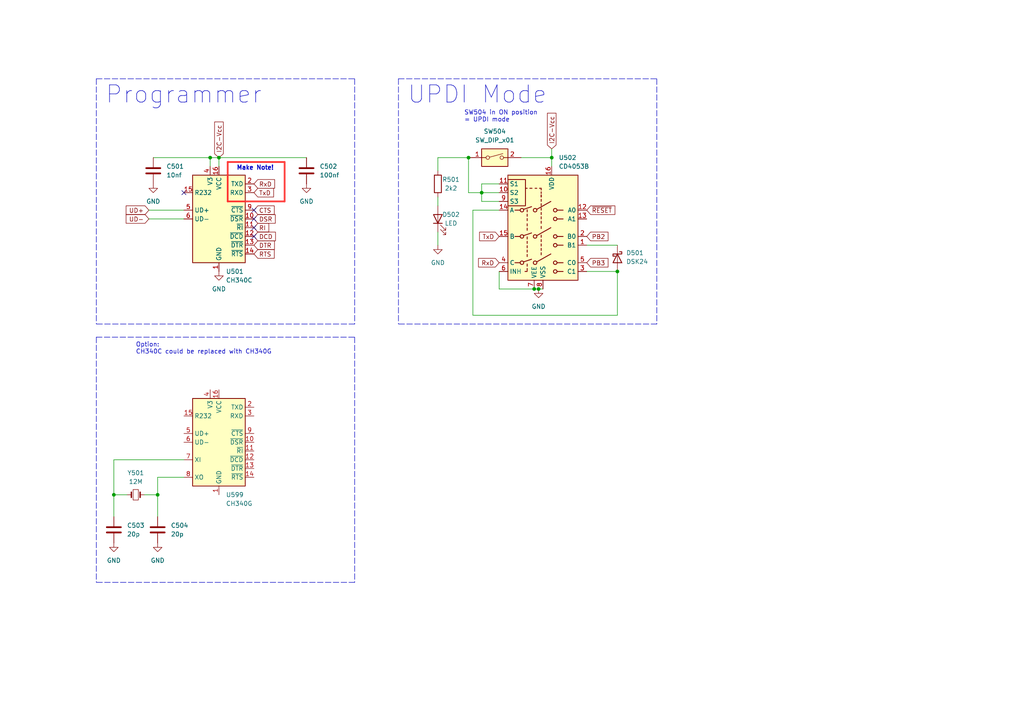
<source format=kicad_sch>
(kicad_sch (version 20211123) (generator eeschema)
  (paper "A4")
  (lib_symbols
    (symbol "Analog_Switch:CD4053B"
      (property "Reference" "U" (at -10.16 16.51 0))
      (property "Value" "CD4053B" (at 3.81 16.51 0))
      (symbol "CD4053B_0_1"
        (rectangle (start -10.16 6.35) (end -5.08 13.97) (stroke (width 0.254)))
        (rectangle (start -10.16 15.24) (end 10.16 -15.24) (stroke (width 0.254)) (fill (type background)))
        (circle (center -6.096 -10.16) (radius 0.508) (stroke (width 0.254)))
        (circle (center -6.096 -2.54) (radius 0.508) (stroke (width 0.254)))
        (circle (center -6.096 5.08) (radius 0.508) (stroke (width 0.254)))
        (circle (center -2.286 -10.16) (radius 0.508) (stroke (width 0.254)))
        (circle (center -2.286 -2.54) (radius 0.508) (stroke (width 0.254)))
        (circle (center -2.286 5.08) (radius 0.508) (stroke (width 0.254)))
        (polyline (pts (xy -8.128 -10.16) (xy -6.604 -10.16)) (stroke (width 0.254)))
        (polyline (pts (xy -8.128 -2.54) (xy -6.604 -2.54)) (stroke (width 0.254)))
        (polyline (pts (xy -8.128 5.08) (xy -6.604 5.08)) (stroke (width 0.254)))
        (polyline (pts (xy -5.588 -9.906) (xy -3.302 -9.144)) (stroke (width 0.254)))
        (polyline (pts (xy -5.588 -2.286) (xy -3.302 -1.524)) (stroke (width 0.254)))
        (polyline (pts (xy -5.588 5.334) (xy -3.302 6.096)) (stroke (width 0.254)))
        (polyline (pts (xy -4.572 -12.7) (xy -5.207 -12.7)) (stroke (width 0.254)))
        (polyline (pts (xy -4.572 -12.446) (xy -4.572 -11.811)) (stroke (width 0.254)))
        (polyline (pts (xy -4.572 -11.176) (xy -4.572 -10.541)) (stroke (width 0.254)))
        (polyline (pts (xy -4.572 -8.382) (xy -4.572 -7.747)) (stroke (width 0.254)))
        (polyline (pts (xy -4.572 -7.112) (xy -4.572 -6.477)) (stroke (width 0.254)))
        (polyline (pts (xy -4.572 -5.842) (xy -4.572 -5.207)) (stroke (width 0.254)))
        (polyline (pts (xy -4.572 -4.572) (xy -4.572 -3.937)) (stroke (width 0.254)))
        (polyline (pts (xy -4.572 -3.302) (xy -4.572 -2.667)) (stroke (width 0.254)))
        (polyline (pts (xy -4.572 -0.762) (xy -4.572 -0.127)) (stroke (width 0.254)))
        (polyline (pts (xy -4.572 0.508) (xy -4.572 1.143)) (stroke (width 0.254)))
        (polyline (pts (xy -4.572 2.032) (xy -4.572 2.667)) (stroke (width 0.254)))
        (polyline (pts (xy -4.572 3.302) (xy -4.572 3.937)) (stroke (width 0.254)))
        (polyline (pts (xy -4.572 4.572) (xy -4.572 5.207)) (stroke (width 0.254)))
        (polyline (pts (xy -4.572 11.43) (xy -5.08 11.43)) (stroke (width 0.254)))
        (polyline (pts (xy -3.81 11.43) (xy -3.175 11.43)) (stroke (width 0.254)))
        (polyline (pts (xy -1.778 -9.906) (xy 2.286 -7.62)) (stroke (width 0.254)))
        (polyline (pts (xy -1.778 -2.286) (xy 2.286 0)) (stroke (width 0.254)))
        (polyline (pts (xy -1.778 5.334) (xy 2.286 7.62)) (stroke (width 0.254)))
        (polyline (pts (xy -1.778 11.43) (xy -2.286 11.43)) (stroke (width 0.254)))
        (polyline (pts (xy -0.508 -7.874) (xy -0.508 -7.239)) (stroke (width 0.254)))
        (polyline (pts (xy -0.508 -6.604) (xy -0.508 -5.969)) (stroke (width 0.254)))
        (polyline (pts (xy -0.508 -5.334) (xy -0.508 -4.699)) (stroke (width 0.254)))
        (polyline (pts (xy -0.508 -4.064) (xy -0.508 -3.429)) (stroke (width 0.254)))
        (polyline (pts (xy -0.508 -2.794) (xy -0.508 -2.159)) (stroke (width 0.254)))
        (polyline (pts (xy -0.508 -0.254) (xy -0.508 0.381)) (stroke (width 0.254)))
        (polyline (pts (xy -0.508 1.27) (xy -0.508 1.905)) (stroke (width 0.254)))
        (polyline (pts (xy -0.508 2.54) (xy -0.508 3.175)) (stroke (width 0.254)))
        (polyline (pts (xy -0.508 3.81) (xy -0.508 4.445)) (stroke (width 0.254)))
        (polyline (pts (xy -0.508 5.08) (xy -0.508 5.715)) (stroke (width 0.254)))
        (polyline (pts (xy -0.508 6.35) (xy -0.508 6.985)) (stroke (width 0.254)))
        (polyline (pts (xy -0.508 7.62) (xy -0.508 8.255)) (stroke (width 0.254)))
        (polyline (pts (xy -0.508 8.89) (xy -0.508 9.398)) (stroke (width 0.254)))
        (polyline (pts (xy -0.508 8.89) (xy -0.508 9.525)) (stroke (width 0.254)))
        (polyline (pts (xy -0.508 9.906) (xy -0.508 10.414)) (stroke (width 0.254)))
        (polyline (pts (xy -0.508 10.922) (xy -0.508 11.43)) (stroke (width 0.254)))
        (polyline (pts (xy -0.508 11.43) (xy -1.016 11.43)) (stroke (width 0.254)))
        (polyline (pts (xy 4.064 -12.7) (xy 5.842 -12.7)) (stroke (width 0.254)))
        (polyline (pts (xy 4.064 -10.16) (xy 5.842 -10.16)) (stroke (width 0.254)))
        (polyline (pts (xy 4.064 -5.08) (xy 5.842 -5.08)) (stroke (width 0.254)))
        (polyline (pts (xy 4.064 -2.54) (xy 5.842 -2.54)) (stroke (width 0.254)))
        (polyline (pts (xy 4.064 2.54) (xy 5.842 2.54)) (stroke (width 0.254)))
        (polyline (pts (xy 4.064 5.08) (xy 5.842 5.08)) (stroke (width 0.254)))
        (circle (center 3.556 -12.7) (radius 0.508) (stroke (width 0.254)))
        (circle (center 3.556 -10.16) (radius 0.508) (stroke (width 0.254)))
        (circle (center 3.556 -5.08) (radius 0.508) (stroke (width 0.254)))
        (circle (center 3.556 -2.54) (radius 0.508) (stroke (width 0.254)))
        (circle (center 3.556 2.54) (radius 0.508) (stroke (width 0.254)))
        (circle (center 3.556 5.08) (radius 0.508) (stroke (width 0.254)))
      )
      (symbol "CD4053B_1_1"
        (pin bidirectional line (at 12.7 -5.08 180) (length 2.54) (name "B1") (number "1"))
        (pin input line (at -12.7 10.16 0) (length 2.54) (name "S2") (number "10"))
        (pin input line (at -12.7 12.7 0) (length 2.54) (name "S1") (number "11"))
        (pin bidirectional line (at 12.7 5.08 180) (length 2.54) (name "A0") (number "12"))
        (pin bidirectional line (at 12.7 2.54 180) (length 2.54) (name "A1") (number "13"))
        (pin bidirectional line (at -12.7 5.08 0) (length 2.54) (name "A") (number "14"))
        (pin bidirectional line (at -12.7 -2.54 0) (length 2.54) (name "B") (number "15"))
        (pin power_in line (at 2.54 17.78 270) (length 2.54) (name "VDD") (number "16"))
        (pin bidirectional line (at 12.7 -2.54 180) (length 2.54) (name "B0") (number "2"))
        (pin bidirectional line (at 12.7 -12.7 180) (length 2.54) (name "C1") (number "3"))
        (pin bidirectional line (at -12.7 -10.16 0) (length 2.54) (name "C") (number "4"))
        (pin bidirectional line (at 12.7 -10.16 180) (length 2.54) (name "C0") (number "5"))
        (pin input line (at -12.7 -12.7 0) (length 2.54) (name "INH") (number "6"))
        (pin power_in line (at -2.54 -17.78 90) (length 2.54) (name "VEE") (number "7"))
        (pin power_in line (at 0 -17.78 90) (length 2.54) (name "VSS") (number "8"))
        (pin input line (at -12.7 7.62 0) (length 2.54) (name "S3") (number "9"))
      )
    )
    (symbol "Device:C" (pin_numbers hide) (pin_names (offset 0.254))
      (property "Reference" "C" (at 0.635 2.54 0))
      (property "Value" "C" (at 0.635 -2.54 0))
      (symbol "C_0_1"
        (polyline (pts (xy -2.032 -0.762) (xy 2.032 -0.762)) (stroke (width 0.508)))
        (polyline (pts (xy -2.032 0.762) (xy 2.032 0.762)) (stroke (width 0.508)))
      )
      (symbol "C_1_1"
        (pin passive line (at 0 3.81 270) (length 2.794) (name "~") (number "1"))
        (pin passive line (at 0 -3.81 90) (length 2.794) (name "~") (number "2"))
      )
    )
    (symbol "Device:Crystal_Small" (pin_numbers hide) (pin_names (offset 1.016) hide)
      (property "Reference" "Y" (at 0 2.54 0))
      (property "Value" "Crystal_Small" (at 0 -2.54 0))
      (symbol "Crystal_Small_0_1"
        (rectangle (start -0.762 -1.524) (end 0.762 1.524))
        (polyline (pts (xy -1.27 -0.762) (xy -1.27 0.762)) (stroke (width 0.381)))
        (polyline (pts (xy 1.27 -0.762) (xy 1.27 0.762)) (stroke (width 0.381)))
      )
      (symbol "Crystal_Small_1_1"
        (pin passive line (at -2.54 0 0) (length 1.27) (name "1") (number "1"))
        (pin passive line (at 2.54 0 180) (length 1.27) (name "2") (number "2"))
      )
    )
    (symbol "Device:D_Schottky" (pin_numbers hide) (pin_names (offset 1.016) hide)
      (property "Reference" "D" (at 0 2.54 0))
      (property "Value" "D_Schottky" (at 0 -2.54 0))
      (symbol "D_Schottky_0_1"
        (polyline (pts (xy 1.27 0) (xy -1.27 0)))
        (polyline (pts (xy 1.27 1.27) (xy 1.27 -1.27) (xy -1.27 0) (xy 1.27 1.27)) (stroke (width 0.254)))
        (polyline (pts (xy -1.905 0.635) (xy -1.905 1.27) (xy -1.27 1.27) (xy -1.27 -1.27) (xy -0.635 -1.27) (xy -0.635 -0.635)) (stroke (width 0.254)))
      )
      (symbol "D_Schottky_1_1"
        (pin passive line (at -3.81 0 0) (length 2.54) (name "K") (number "1"))
        (pin passive line (at 3.81 0 180) (length 2.54) (name "A") (number "2"))
      )
    )
    (symbol "Device:LED" (pin_numbers hide) (pin_names (offset 1.016) hide)
      (property "Reference" "D" (at 0 2.54 0))
      (property "Value" "LED" (at 0 -2.54 0))
      (symbol "LED_0_1"
        (polyline (pts (xy -1.27 -1.27) (xy -1.27 1.27)) (stroke (width 0.254)))
        (polyline (pts (xy -1.27 0) (xy 1.27 0)))
        (polyline (pts (xy 1.27 -1.27) (xy 1.27 1.27) (xy -1.27 0) (xy 1.27 -1.27)) (stroke (width 0.254)))
        (polyline (pts (xy -3.048 -0.762) (xy -4.572 -2.286) (xy -3.81 -2.286) (xy -4.572 -2.286) (xy -4.572 -1.524)))
        (polyline (pts (xy -1.778 -0.762) (xy -3.302 -2.286) (xy -2.54 -2.286) (xy -3.302 -2.286) (xy -3.302 -1.524)))
      )
      (symbol "LED_1_1"
        (pin passive line (at -3.81 0 0) (length 2.54) (name "K") (number "1"))
        (pin passive line (at 3.81 0 180) (length 2.54) (name "A") (number "2"))
      )
    )
    (symbol "Device:R" (pin_numbers hide) (pin_names (offset 0))
      (property "Reference" "R" (at 2.032 0 90))
      (property "Value" "R" (at 0 0 90))
      (symbol "R_0_1"
        (rectangle (start -1.016 -2.54) (end 1.016 2.54) (stroke (width 0.254)))
      )
      (symbol "R_1_1"
        (pin passive line (at 0 3.81 270) (length 1.27) (name "~") (number "1"))
        (pin passive line (at 0 -3.81 90) (length 1.27) (name "~") (number "2"))
      )
    )
    (symbol "Interface_USB:CH340C"
      (property "Reference" "U" (at -5.08 13.97 0))
      (property "Value" "CH340C" (at 1.27 13.97 0))
      (symbol "CH340C_0_1"
        (rectangle (start -7.62 12.7) (end 7.62 -12.7) (stroke (width 0.254)) (fill (type background)))
      )
      (symbol "CH340C_1_1"
        (pin power_in line (at 0 -15.24 90) (length 2.54) (name "GND") (number "1"))
        (pin input line (at 10.16 0 180) (length 2.54) (name "~{DSR}") (number "10"))
        (pin input line (at 10.16 -2.54 180) (length 2.54) (name "~{RI}") (number "11"))
        (pin input line (at 10.16 -5.08 180) (length 2.54) (name "~{DCD}") (number "12"))
        (pin output line (at 10.16 -7.62 180) (length 2.54) (name "~{DTR}") (number "13"))
        (pin output line (at 10.16 -10.16 180) (length 2.54) (name "~{RTS}") (number "14"))
        (pin input line (at -10.16 7.62 0) (length 2.54) (name "R232") (number "15"))
        (pin power_in line (at 0 15.24 270) (length 2.54) (name "VCC") (number "16"))
        (pin output line (at 10.16 10.16 180) (length 2.54) (name "TXD") (number "2"))
        (pin input line (at 10.16 7.62 180) (length 2.54) (name "RXD") (number "3"))
        (pin passive line (at -2.54 15.24 270) (length 2.54) (name "V3") (number "4"))
        (pin bidirectional line (at -10.16 2.54 0) (length 2.54) (name "UD+") (number "5"))
        (pin bidirectional line (at -10.16 0 0) (length 2.54) (name "UD-") (number "6"))
        (pin no_connect line (at -7.62 -7.62 0) (length 2.54) hide (name "NC") (number "7"))
        (pin no_connect line (at -7.62 -10.16 0) (length 2.54) hide (name "NC") (number "8"))
        (pin input line (at 10.16 2.54 180) (length 2.54) (name "~{CTS}") (number "9"))
      )
    )
    (symbol "Interface_USB:CH340G"
      (property "Reference" "U" (at -5.08 13.97 0))
      (property "Value" "CH340G" (at 1.27 13.97 0))
      (symbol "CH340G_0_1"
        (rectangle (start -7.62 12.7) (end 7.62 -12.7) (stroke (width 0.254)) (fill (type background)))
      )
      (symbol "CH340G_1_1"
        (pin power_in line (at 0 -15.24 90) (length 2.54) (name "GND") (number "1"))
        (pin input line (at 10.16 0 180) (length 2.54) (name "~{DSR}") (number "10"))
        (pin input line (at 10.16 -2.54 180) (length 2.54) (name "~{RI}") (number "11"))
        (pin input line (at 10.16 -5.08 180) (length 2.54) (name "~{DCD}") (number "12"))
        (pin output line (at 10.16 -7.62 180) (length 2.54) (name "~{DTR}") (number "13"))
        (pin output line (at 10.16 -10.16 180) (length 2.54) (name "~{RTS}") (number "14"))
        (pin input line (at -10.16 7.62 0) (length 2.54) (name "R232") (number "15"))
        (pin power_in line (at 0 15.24 270) (length 2.54) (name "VCC") (number "16"))
        (pin output line (at 10.16 10.16 180) (length 2.54) (name "TXD") (number "2"))
        (pin input line (at 10.16 7.62 180) (length 2.54) (name "RXD") (number "3"))
        (pin passive line (at -2.54 15.24 270) (length 2.54) (name "V3") (number "4"))
        (pin bidirectional line (at -10.16 2.54 0) (length 2.54) (name "UD+") (number "5"))
        (pin bidirectional line (at -10.16 0 0) (length 2.54) (name "UD-") (number "6"))
        (pin input line (at -10.16 -5.08 0) (length 2.54) (name "XI") (number "7"))
        (pin output line (at -10.16 -10.16 0) (length 2.54) (name "XO") (number "8"))
        (pin input line (at 10.16 2.54 180) (length 2.54) (name "~{CTS}") (number "9"))
      )
    )
    (symbol "Switch:SW_DIP_x01" (pin_names (offset 0) hide)
      (property "Reference" "SW" (at 0 3.81 0))
      (property "Value" "SW_DIP_x01" (at 0 -3.81 0))
      (symbol "SW_DIP_x01_0_0"
        (circle (center -2.032 0) (radius 0.508))
        (polyline (pts (xy -1.524 0.127) (xy 2.3622 1.1684)))
        (circle (center 2.032 0) (radius 0.508))
      )
      (symbol "SW_DIP_x01_0_1"
        (rectangle (start -3.81 2.54) (end 3.81 -2.54) (stroke (width 0.254)) (fill (type background)))
      )
      (symbol "SW_DIP_x01_1_1"
        (pin passive line (at -7.62 0 0) (length 5.08) (name "~") (number "1"))
        (pin passive line (at 7.62 0 180) (length 5.08) (name "~") (number "2"))
      )
    )
    (symbol "power:GND" (power) (pin_names (offset 0))
      (property "Value" "GND" (at 0 -3.81 0))
      (symbol "GND_0_1"
        (polyline (pts (xy 0 0) (xy 0 -1.27) (xy 1.27 -1.27) (xy 0 -2.54) (xy -1.27 -1.27) (xy 0 -1.27)))
      )
      (symbol "GND_1_1"
        (pin power_in line (at 0 0 270) (length 0) hide (name "GND") (number "1"))
      )
    )
  )
  (junction (at 156.21 83.82))
  (junction (at 135.89 45.72))
  (junction (at 45.72 143.51))
  (junction (at 63.5 45.72))
  (junction (at 139.7 55.88))
  (junction (at 60.96 45.72))
  (junction (at 154.94 83.82))
  (junction (at 33.02 143.51))
  (junction (at 179.07 78.74))
  (junction (at 160.02 45.72))
  (no_connect (at 53.34 55.88))
  (no_connect (at 73.66 68.58))
  (no_connect (at 73.66 63.5))
  (no_connect (at 73.66 66.04))
  (no_connect (at 73.66 60.96))
  (wire (pts (xy 151.13 45.72) (xy 160.02 45.72)))
  (wire (pts (xy 43.18 63.5) (xy 53.34 63.5)))
  (wire (pts (xy 63.5 45.72) (xy 63.5 48.26)))
  (wire (pts (xy 139.7 55.88) (xy 144.78 55.88)))
  (wire (pts (xy 154.94 83.82) (xy 156.21 83.82)))
  (wire (pts (xy 33.02 133.35) (xy 53.34 133.35)))
  (wire (pts (xy 170.18 71.12) (xy 179.07 71.12)))
  (wire (pts (xy 36.83 143.51) (xy 33.02 143.51)))
  (polyline (pts (xy 102.87 168.91) (xy 27.94 168.91)))
  (wire (pts (xy 53.34 138.43) (xy 45.72 138.43)))
  (wire (pts (xy 43.18 60.96) (xy 53.34 60.96)))
  (wire (pts (xy 127 59.69) (xy 127 57.15)))
  (polyline (pts (xy 190.5 22.86) (xy 190.5 93.98)))
  (wire (pts (xy 139.7 55.88) (xy 139.7 53.34)))
  (wire (pts (xy 160.02 45.72) (xy 160.02 48.26)))
  (polyline (pts (xy 102.87 93.98) (xy 27.94 93.98)))
  (wire (pts (xy 170.18 78.74) (xy 179.07 78.74)))
  (wire (pts (xy 144.78 60.96) (xy 137.16 60.96)))
  (wire (pts (xy 137.16 60.96) (xy 137.16 91.44)))
  (polyline (pts (xy 102.87 22.86) (xy 102.87 93.98)))
  (wire (pts (xy 135.89 45.72) (xy 135.89 55.88)))
  (polyline (pts (xy 27.94 97.79) (xy 27.94 168.91)))
  (polyline (pts (xy 82.55 46.99) (xy 82.55 58.42)) (stroke (width 0.5) (type solid) (color 255 48 46 1)))
  (polyline (pts (xy 115.57 22.86) (xy 190.5 22.86)))
  (wire (pts (xy 139.7 53.34) (xy 144.78 53.34)))
  (polyline (pts (xy 66.04 46.99) (xy 66.04 58.42)) (stroke (width 0.5) (type solid) (color 255 48 46 1)))
  (wire (pts (xy 45.72 143.51) (xy 45.72 149.86)))
  (polyline (pts (xy 27.94 22.86) (xy 27.94 93.98)))
  (wire (pts (xy 135.89 55.88) (xy 139.7 55.88)))
  (wire (pts (xy 33.02 133.35) (xy 33.02 143.51)))
  (wire (pts (xy 135.89 45.72) (xy 127 45.72)))
  (wire (pts (xy 144.78 58.42) (xy 139.7 58.42)))
  (wire (pts (xy 127 67.31) (xy 127 71.12)))
  (wire (pts (xy 33.02 143.51) (xy 33.02 149.86)))
  (wire (pts (xy 137.16 91.44) (xy 179.07 91.44)))
  (wire (pts (xy 63.5 45.72) (xy 88.9 45.72)))
  (polyline (pts (xy 66.04 58.42) (xy 82.55 58.42)) (stroke (width 0.5) (type solid) (color 255 48 46 1)))
  (polyline (pts (xy 102.87 97.79) (xy 102.87 168.91)))
  (wire (pts (xy 127 45.72) (xy 127 49.53)))
  (wire (pts (xy 179.07 78.74) (xy 179.07 91.44)))
  (wire (pts (xy 60.96 48.26) (xy 60.96 45.72)))
  (polyline (pts (xy 27.94 97.79) (xy 102.87 97.79)))
  (polyline (pts (xy 82.55 46.99) (xy 66.04 46.99)) (stroke (width 0.5) (type solid) (color 255 48 46 1)))
  (wire (pts (xy 144.78 78.74) (xy 144.78 83.82)))
  (wire (pts (xy 60.96 45.72) (xy 63.5 45.72)))
  (polyline (pts (xy 27.94 22.86) (xy 102.87 22.86)))
  (wire (pts (xy 41.91 143.51) (xy 45.72 143.51)))
  (wire (pts (xy 160.02 43.18) (xy 160.02 45.72)))
  (wire (pts (xy 60.96 45.72) (xy 44.45 45.72)))
  (wire (pts (xy 139.7 58.42) (xy 139.7 55.88)))
  (polyline (pts (xy 115.57 22.86) (xy 115.57 93.98)))
  (wire (pts (xy 144.78 83.82) (xy 154.94 83.82)))
  (polyline (pts (xy 190.5 93.98) (xy 115.57 93.98)))
  (wire (pts (xy 156.21 83.82) (xy 157.48 83.82)))
  (wire (pts (xy 45.72 138.43) (xy 45.72 143.51)))
  (text "UPDI Mode" (at 118.11 30.48 0) (effects (font (size 5 5)) (justify left bottom)))
  (text "Option:\nCH340C could be replaced with CH340G" (at 39.37 102.87 0) (effects (font (size 1.27 1.27)) (justify left bottom)))
  (text "Make Note!" (at 68.58 49.53 0) (effects (font (size 1.27 1.27) (thickness 0.254) bold) (justify left bottom)))
  (text "Programmer" (at 30.48 30.48 0) (effects (font (size 5 5)) (justify left bottom)))
  (text "SW504 in ON position\n= UPDI mode" (at 134.62 35.56 0) (effects (font (size 1.27 1.27)) (justify left bottom)))
  (global_label "I2C-Vcc" (shape input) (at 63.5 45.72 90) (property "Intersheet References" "${INTERSHEET_REFS}" (effects hide)))
  (global_label "RxD" (shape input) (at 144.78 76.2 180) (property "Intersheet References" "${INTERSHEET_REFS}" (effects hide)))
  (global_label "RxD" (shape input) (at 73.66 53.34 0) (property "Intersheet References" "${INTERSHEET_REFS}" (effects hide)))
  (global_label "I2C-Vcc" (shape input) (at 160.02 43.18 90) (property "Intersheet References" "${INTERSHEET_REFS}" (effects hide)))
  (global_label "CTS" (shape input) (at 73.66 60.96 0) (property "Intersheet References" "${INTERSHEET_REFS}" (effects hide)))
  (global_label "RTS" (shape input) (at 73.66 73.66 0) (property "Intersheet References" "${INTERSHEET_REFS}" (effects hide)))
  (global_label "UD-" (shape input) (at 43.18 63.5 180) (property "Intersheet References" "${INTERSHEET_REFS}" (effects hide)))
  (global_label "~{RESET}" (shape input) (at 170.18 60.96 0) (property "Intersheet References" "${INTERSHEET_REFS}" (effects hide)))
  (global_label "PB2" (shape input) (at 170.18 68.58 0) (property "Intersheet References" "${INTERSHEET_REFS}" (effects hide)))
  (global_label "PB3" (shape input) (at 170.18 76.2 0) (property "Intersheet References" "${INTERSHEET_REFS}" (effects hide)))
  (global_label "TxD" (shape input) (at 144.78 68.58 180) (property "Intersheet References" "${INTERSHEET_REFS}" (effects hide)))
  (global_label "DCD" (shape input) (at 73.66 68.58 0) (property "Intersheet References" "${INTERSHEET_REFS}" (effects hide)))
  (global_label "DTR" (shape input) (at 73.66 71.12 0) (property "Intersheet References" "${INTERSHEET_REFS}" (effects hide)))
  (global_label "DSR" (shape input) (at 73.66 63.5 0) (property "Intersheet References" "${INTERSHEET_REFS}" (effects hide)))
  (global_label "TxD" (shape input) (at 73.66 55.88 0) (property "Intersheet References" "${INTERSHEET_REFS}" (effects hide)))
  (global_label "RI" (shape input) (at 73.66 66.04 0) (property "Intersheet References" "${INTERSHEET_REFS}" (effects hide)))
  (global_label "UD+" (shape input) (at 43.18 60.96 180) (property "Intersheet References" "${INTERSHEET_REFS}" (effects hide)))
  (symbol (lib_id "power:GND") (at 127 71.12 0) (unit 1)
    (property "Reference" "#PWR0112" (effects hide))
    (property "Value" "GND" (at 127 76.2 0))
  )
  (symbol (lib_id "power:GND") (at 45.72 157.48 0) (unit 1)
    (property "Reference" "#PWR05" (effects hide))
    (property "Value" "GND" (at 45.72 162.56 0))
  )
  (symbol (lib_id "Device:C") (at 44.45 49.53 0) (unit 1)
    (property "Reference" "C501" (at 48.26 48.2599 0) (effects (justify left)))
    (property "Value" "10nf" (at 48.26 50.7999 0) (effects (justify left)))
    (property "Footprint" "Capacitor_SMD:C_0603_1608Metric" (effects hide))
    (property "LCSC" "C161232" (effects hide))
  )
  (symbol (lib_id "Interface_USB:CH340C") (at 63.5 63.5 0) (unit 1)
    (property "Reference" "U501" (at 65.5194 78.74 0) (effects (justify left)))
    (property "Value" "CH340C" (at 65.5194 81.28 0) (effects (justify left)))
    (property "Footprint" "Package_SO:SOIC-16_3.9x9.9mm_P1.27mm" (effects hide))
    (property "Datasheet" "https://datasheet.lcsc.com/szlcsc/Jiangsu-Qin-Heng-CH340C_C84681.pdf" (effects hide))
  )
  (symbol (lib_id "Interface_USB:CH340G") (at 63.5 128.27 0) (unit 1) (on_board no)
    (property "Reference" "U599" (at 65.5194 143.51 0) (effects (justify left)))
    (property "Value" "CH340G" (at 65.5194 146.05 0) (effects (justify left)))
    (property "Footprint" "Package_SO:SOIC-16_3.9x9.9mm_P1.27mm" (effects hide))
    (property "Datasheet" "http://www.datasheet5.com/pdf-local-2195953" (effects hide))
    (property "LCSC" "C14267" (effects hide))
  )
  (symbol (lib_id "Device:Crystal_Small") (at 39.37 143.51 0) (unit 1) (on_board no)
    (property "Reference" "Y501" (at 39.37 137.16 0))
    (property "Value" "12M" (at 39.37 139.7 0))
    (property "Footprint" "Crystal:Crystal_SMD_5032-2Pin_5.0x3.2mm" (effects hide))
    (property "LCSC" "C2842275" (effects hide))
  )
  (symbol (lib_id "Analog_Switch:CD4053B") (at 157.48 66.04 0) (unit 1)
    (property "Reference" "U502" (at 162.0394 45.72 0) (effects (justify left)))
    (property "Value" "CD4053B" (at 162.0394 48.26 0) (effects (justify left)))
    (property "Footprint" "Package_SO:TSSOP-16_4.4x5mm_P0.65mm" (effects hide))
    (property "Datasheet" "http://www.ti.com/lit/ds/symlink/cd4052b.pdf" (effects hide))
  )
  (symbol (lib_id "Device:C") (at 45.72 153.67 0) (unit 1) (on_board no)
    (property "Reference" "C504" (at 49.53 152.3999 0) (effects (justify left)))
    (property "Value" "20p" (at 49.53 154.9399 0) (effects (justify left)))
    (property "Footprint" "Tinker:C_0603_1608Metric_Pad1.08x0.95mm_HandSolder" (effects hide))
    (property "LCSC" "C408549 (20pf C325469)" (effects hide))
  )
  (symbol (lib_id "power:GND") (at 44.45 53.34 0) (unit 1)
    (property "Reference" "#PWR01" (effects hide))
    (property "Value" "GND" (at 44.45 58.42 0))
  )
  (symbol (lib_id "power:GND") (at 33.02 157.48 0) (unit 1)
    (property "Reference" "#PWR04" (effects hide))
    (property "Value" "GND" (at 33.02 162.56 0))
  )
  (symbol (lib_id "Device:C") (at 88.9 49.53 0) (unit 1)
    (property "Reference" "C502" (at 92.71 48.2599 0) (effects (justify left)))
    (property "Value" "100nf" (at 92.71 50.7999 0) (effects (justify left)))
    (property "Footprint" "Capacitor_SMD:C_0603_1608Metric" (effects hide))
    (property "LCSC" "C235731" (effects hide))
  )
  (symbol (lib_id "Device:D_Schottky") (at 179.07 74.93 270) (unit 1)
    (property "Reference" "D501" (at 181.61 73.3424 90) (effects (justify left)))
    (property "Value" "DSK24" (at 181.61 75.8824 90) (effects (justify left)))
    (property "Footprint" "Diode_SMD:D_SOD-123" (effects hide))
    (property "LCSC" "C908229" (effects hide))
  )
  (symbol (lib_id "Switch:SW_DIP_x01") (at 143.51 45.72 0) (unit 1)
    (property "Reference" "SW504" (at 143.51 38.1 0))
    (property "Value" "SW_DIP_x01" (at 143.51 40.64 0))
    (property "Footprint" "tinker:SW_DIP_SPSTx01_Slide_6.7x4.1mm_W7.62mm_P2.54mm_LowProfile" (effects hide))
  )
  (symbol (lib_id "power:GND") (at 63.5 78.74 0) (unit 1)
    (property "Reference" "#PWR03" (effects hide))
    (property "Value" "GND" (at 63.5 83.82 0))
  )
  (symbol (lib_id "Device:C") (at 33.02 153.67 0) (unit 1) (on_board no)
    (property "Reference" "C503" (at 36.83 152.3999 0) (effects (justify left)))
    (property "Value" "20p" (at 36.83 154.9399 0) (effects (justify left)))
    (property "Footprint" "Tinker:C_0603_1608Metric_Pad1.08x0.95mm_HandSolder" (effects hide))
    (property "LCSC" "C408549 (20pf C325469)" (effects hide))
  )
  (symbol (lib_id "power:GND") (at 156.21 83.82 0) (unit 1)
    (property "Reference" "#PWR0104" (effects hide))
    (property "Value" "GND" (at 156.21 88.9 0))
  )
  (symbol (lib_id "Device:LED") (at 127 63.5 90) (unit 1)
    (property "Reference" "D502" (at 130.81 62.23 90))
    (property "Value" "LED" (at 130.81 64.77 90))
    (property "Footprint" "LED_SMD:LED_0603_1608Metric" (effects hide))
  )
  (symbol (lib_id "power:GND") (at 88.9 53.34 0) (unit 1)
    (property "Reference" "#PWR02" (effects hide))
    (property "Value" "GND" (at 88.9 58.42 0))
  )
  (symbol (lib_id "Device:R") (at 127 53.34 0) (unit 1)
    (property "Reference" "R501" (at 130.81 52.07 0))
    (property "Value" "2k2" (at 130.81 54.61 0))
    (property "Footprint" "Resistor_SMD:R_0603_1608Metric" (effects hide))
  )
)
</source>
